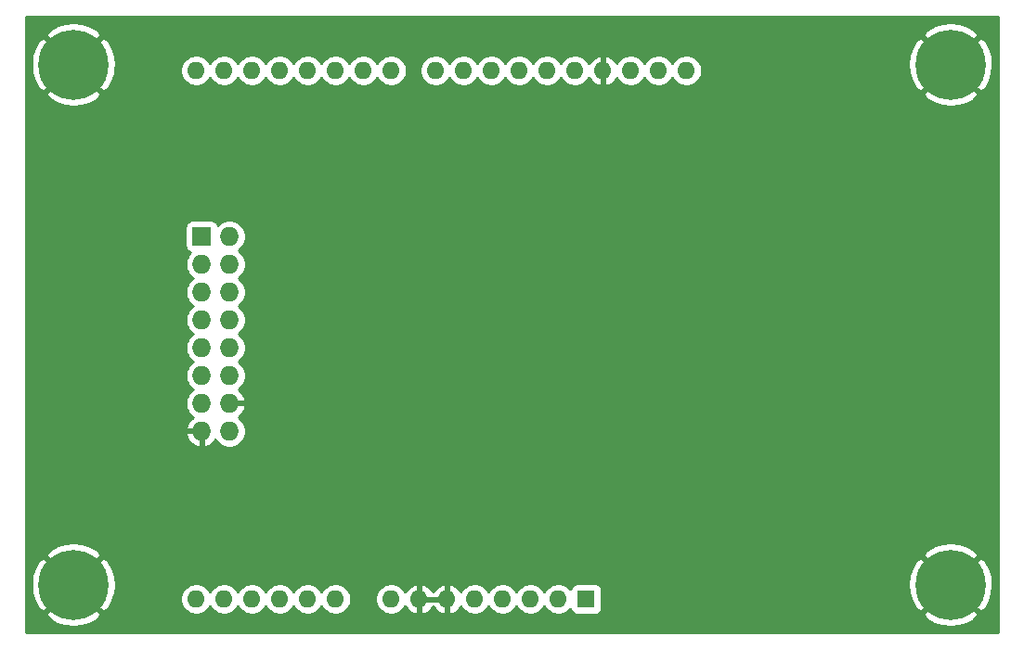
<source format=gbr>
%TF.GenerationSoftware,KiCad,Pcbnew,5.99.0+really5.1.10+dfsg1-1*%
%TF.CreationDate,2021-08-18T19:38:37+10:00*%
%TF.ProjectId,lcd,6c63642e-6b69-4636-9164-5f7063625858,rev?*%
%TF.SameCoordinates,Original*%
%TF.FileFunction,Copper,L2,Bot*%
%TF.FilePolarity,Positive*%
%FSLAX46Y46*%
G04 Gerber Fmt 4.6, Leading zero omitted, Abs format (unit mm)*
G04 Created by KiCad (PCBNEW 5.99.0+really5.1.10+dfsg1-1) date 2021-08-18 19:38:37*
%MOMM*%
%LPD*%
G01*
G04 APERTURE LIST*
%TA.AperFunction,ComponentPad*%
%ADD10O,1.600000X1.600000*%
%TD*%
%TA.AperFunction,ComponentPad*%
%ADD11R,1.600000X1.600000*%
%TD*%
%TA.AperFunction,ComponentPad*%
%ADD12C,6.400000*%
%TD*%
%TA.AperFunction,ComponentPad*%
%ADD13R,1.727200X1.727200*%
%TD*%
%TA.AperFunction,ComponentPad*%
%ADD14O,1.727200X1.727200*%
%TD*%
%TA.AperFunction,Conductor*%
%ADD15C,0.254000*%
%TD*%
%TA.AperFunction,Conductor*%
%ADD16C,0.050000*%
%TD*%
G04 APERTURE END LIST*
D10*
%TO.P,A1,32*%
%TO.N,Net-(A1-Pad32)*%
X120900000Y-35560000D03*
%TO.P,A1,31*%
%TO.N,Net-(A1-Pad31)*%
X118360000Y-35560000D03*
D11*
%TO.P,A1,1*%
%TO.N,Net-(A1-Pad1)*%
X111760000Y-83820000D03*
D10*
%TO.P,A1,17*%
%TO.N,D2*%
X81280000Y-35560000D03*
%TO.P,A1,2*%
%TO.N,Net-(A1-Pad2)*%
X109220000Y-83820000D03*
%TO.P,A1,18*%
%TO.N,D3*%
X83820000Y-35560000D03*
%TO.P,A1,3*%
%TO.N,Net-(A1-Pad3)*%
X106680000Y-83820000D03*
%TO.P,A1,19*%
%TO.N,D4*%
X86360000Y-35560000D03*
%TO.P,A1,4*%
%TO.N,3V3*%
X104140000Y-83820000D03*
%TO.P,A1,20*%
%TO.N,D5*%
X88900000Y-35560000D03*
%TO.P,A1,5*%
%TO.N,5V*%
X101600000Y-83820000D03*
%TO.P,A1,21*%
%TO.N,D6*%
X91440000Y-35560000D03*
%TO.P,A1,6*%
%TO.N,GND*%
X99060000Y-83820000D03*
%TO.P,A1,22*%
%TO.N,D7*%
X93980000Y-35560000D03*
%TO.P,A1,7*%
%TO.N,GND*%
X96520000Y-83820000D03*
%TO.P,A1,23*%
%TO.N,D0*%
X98040000Y-35560000D03*
%TO.P,A1,8*%
%TO.N,Net-(A1-Pad8)*%
X93980000Y-83820000D03*
%TO.P,A1,24*%
%TO.N,D1*%
X100580000Y-35560000D03*
%TO.P,A1,9*%
%TO.N,RD*%
X88900000Y-83820000D03*
%TO.P,A1,25*%
%TO.N,Net-(A1-Pad25)*%
X103120000Y-35560000D03*
%TO.P,A1,10*%
%TO.N,WR*%
X86360000Y-83820000D03*
%TO.P,A1,26*%
%TO.N,Net-(A1-Pad26)*%
X105660000Y-35560000D03*
%TO.P,A1,11*%
%TO.N,RS*%
X83820000Y-83820000D03*
%TO.P,A1,27*%
%TO.N,Net-(A1-Pad27)*%
X108200000Y-35560000D03*
%TO.P,A1,12*%
%TO.N,CS*%
X81280000Y-83820000D03*
%TO.P,A1,28*%
%TO.N,Net-(A1-Pad28)*%
X110740000Y-35560000D03*
%TO.P,A1,13*%
%TO.N,RST*%
X78740000Y-83820000D03*
%TO.P,A1,29*%
%TO.N,GND*%
X113280000Y-35560000D03*
%TO.P,A1,14*%
%TO.N,Net-(A1-Pad14)*%
X76200000Y-83820000D03*
%TO.P,A1,30*%
%TO.N,Net-(A1-Pad30)*%
X115820000Y-35560000D03*
%TO.P,A1,15*%
%TO.N,Net-(A1-Pad15)*%
X76200000Y-35560000D03*
%TO.P,A1,16*%
%TO.N,Net-(A1-Pad16)*%
X78740000Y-35560000D03*
%TD*%
D12*
%TO.P,REF\u002A\u002A,1*%
%TO.N,GND*%
X145000000Y-82500000D03*
%TD*%
%TO.P,REF\u002A\u002A,1*%
%TO.N,GND*%
X145000000Y-35000000D03*
%TD*%
%TO.P,REF\u002A\u002A,1*%
%TO.N,GND*%
X65000000Y-82500000D03*
%TD*%
%TO.P,REF\u002A\u002A,1*%
%TO.N,GND*%
X65000000Y-35000000D03*
%TD*%
D13*
%TO.P,J1,1*%
%TO.N,D0*%
X76700000Y-50700000D03*
D14*
%TO.P,J1,2*%
%TO.N,D1*%
X79240000Y-50700000D03*
%TO.P,J1,3*%
%TO.N,D2*%
X76700000Y-53240000D03*
%TO.P,J1,4*%
%TO.N,D3*%
X79240000Y-53240000D03*
%TO.P,J1,5*%
%TO.N,D4*%
X76700000Y-55780000D03*
%TO.P,J1,6*%
%TO.N,D5*%
X79240000Y-55780000D03*
%TO.P,J1,7*%
%TO.N,D6*%
X76700000Y-58320000D03*
%TO.P,J1,8*%
%TO.N,D7*%
X79240000Y-58320000D03*
%TO.P,J1,9*%
%TO.N,RD*%
X76700000Y-60860000D03*
%TO.P,J1,10*%
%TO.N,WR*%
X79240000Y-60860000D03*
%TO.P,J1,11*%
%TO.N,RS*%
X76700000Y-63400000D03*
%TO.P,J1,12*%
%TO.N,CS*%
X79240000Y-63400000D03*
%TO.P,J1,13*%
%TO.N,RST*%
X76700000Y-65940000D03*
%TO.P,J1,14*%
%TO.N,GND*%
X79240000Y-65940000D03*
%TO.P,J1,15*%
X76700000Y-68480000D03*
%TO.P,J1,16*%
%TO.N,5V*%
X79240000Y-68480000D03*
%TD*%
D15*
%TO.N,GND*%
X149340001Y-86840000D02*
X60660000Y-86840000D01*
X60660000Y-85200881D01*
X62478724Y-85200881D01*
X62838912Y-85690548D01*
X63502882Y-86050849D01*
X64224385Y-86274694D01*
X64975695Y-86353480D01*
X65727938Y-86284178D01*
X66452208Y-86069452D01*
X67120670Y-85717555D01*
X67161088Y-85690548D01*
X67521276Y-85200881D01*
X65000000Y-82679605D01*
X62478724Y-85200881D01*
X60660000Y-85200881D01*
X60660000Y-82475695D01*
X61146520Y-82475695D01*
X61215822Y-83227938D01*
X61430548Y-83952208D01*
X61782445Y-84620670D01*
X61809452Y-84661088D01*
X62299119Y-85021276D01*
X64820395Y-82500000D01*
X65179605Y-82500000D01*
X67700881Y-85021276D01*
X68190548Y-84661088D01*
X68550849Y-83997118D01*
X68649648Y-83678665D01*
X74765000Y-83678665D01*
X74765000Y-83961335D01*
X74820147Y-84238574D01*
X74928320Y-84499727D01*
X75085363Y-84734759D01*
X75285241Y-84934637D01*
X75520273Y-85091680D01*
X75781426Y-85199853D01*
X76058665Y-85255000D01*
X76341335Y-85255000D01*
X76618574Y-85199853D01*
X76879727Y-85091680D01*
X77114759Y-84934637D01*
X77314637Y-84734759D01*
X77470000Y-84502241D01*
X77625363Y-84734759D01*
X77825241Y-84934637D01*
X78060273Y-85091680D01*
X78321426Y-85199853D01*
X78598665Y-85255000D01*
X78881335Y-85255000D01*
X79158574Y-85199853D01*
X79419727Y-85091680D01*
X79654759Y-84934637D01*
X79854637Y-84734759D01*
X80010000Y-84502241D01*
X80165363Y-84734759D01*
X80365241Y-84934637D01*
X80600273Y-85091680D01*
X80861426Y-85199853D01*
X81138665Y-85255000D01*
X81421335Y-85255000D01*
X81698574Y-85199853D01*
X81959727Y-85091680D01*
X82194759Y-84934637D01*
X82394637Y-84734759D01*
X82550000Y-84502241D01*
X82705363Y-84734759D01*
X82905241Y-84934637D01*
X83140273Y-85091680D01*
X83401426Y-85199853D01*
X83678665Y-85255000D01*
X83961335Y-85255000D01*
X84238574Y-85199853D01*
X84499727Y-85091680D01*
X84734759Y-84934637D01*
X84934637Y-84734759D01*
X85090000Y-84502241D01*
X85245363Y-84734759D01*
X85445241Y-84934637D01*
X85680273Y-85091680D01*
X85941426Y-85199853D01*
X86218665Y-85255000D01*
X86501335Y-85255000D01*
X86778574Y-85199853D01*
X87039727Y-85091680D01*
X87274759Y-84934637D01*
X87474637Y-84734759D01*
X87630000Y-84502241D01*
X87785363Y-84734759D01*
X87985241Y-84934637D01*
X88220273Y-85091680D01*
X88481426Y-85199853D01*
X88758665Y-85255000D01*
X89041335Y-85255000D01*
X89318574Y-85199853D01*
X89579727Y-85091680D01*
X89814759Y-84934637D01*
X90014637Y-84734759D01*
X90171680Y-84499727D01*
X90279853Y-84238574D01*
X90335000Y-83961335D01*
X90335000Y-83678665D01*
X92545000Y-83678665D01*
X92545000Y-83961335D01*
X92600147Y-84238574D01*
X92708320Y-84499727D01*
X92865363Y-84734759D01*
X93065241Y-84934637D01*
X93300273Y-85091680D01*
X93561426Y-85199853D01*
X93838665Y-85255000D01*
X94121335Y-85255000D01*
X94398574Y-85199853D01*
X94659727Y-85091680D01*
X94894759Y-84934637D01*
X95094637Y-84734759D01*
X95251680Y-84499727D01*
X95256067Y-84489135D01*
X95367615Y-84675131D01*
X95556586Y-84883519D01*
X95782580Y-85051037D01*
X96036913Y-85171246D01*
X96170961Y-85211904D01*
X96393000Y-85089915D01*
X96393000Y-83947000D01*
X96647000Y-83947000D01*
X96647000Y-85089915D01*
X96869039Y-85211904D01*
X97003087Y-85171246D01*
X97257420Y-85051037D01*
X97483414Y-84883519D01*
X97672385Y-84675131D01*
X97790000Y-84479018D01*
X97907615Y-84675131D01*
X98096586Y-84883519D01*
X98322580Y-85051037D01*
X98576913Y-85171246D01*
X98710961Y-85211904D01*
X98933000Y-85089915D01*
X98933000Y-83947000D01*
X96647000Y-83947000D01*
X96393000Y-83947000D01*
X96373000Y-83947000D01*
X96373000Y-83693000D01*
X96393000Y-83693000D01*
X96393000Y-82550085D01*
X96647000Y-82550085D01*
X96647000Y-83693000D01*
X98933000Y-83693000D01*
X98933000Y-82550085D01*
X99187000Y-82550085D01*
X99187000Y-83693000D01*
X99207000Y-83693000D01*
X99207000Y-83947000D01*
X99187000Y-83947000D01*
X99187000Y-85089915D01*
X99409039Y-85211904D01*
X99543087Y-85171246D01*
X99797420Y-85051037D01*
X100023414Y-84883519D01*
X100212385Y-84675131D01*
X100323933Y-84489135D01*
X100328320Y-84499727D01*
X100485363Y-84734759D01*
X100685241Y-84934637D01*
X100920273Y-85091680D01*
X101181426Y-85199853D01*
X101458665Y-85255000D01*
X101741335Y-85255000D01*
X102018574Y-85199853D01*
X102279727Y-85091680D01*
X102514759Y-84934637D01*
X102714637Y-84734759D01*
X102870000Y-84502241D01*
X103025363Y-84734759D01*
X103225241Y-84934637D01*
X103460273Y-85091680D01*
X103721426Y-85199853D01*
X103998665Y-85255000D01*
X104281335Y-85255000D01*
X104558574Y-85199853D01*
X104819727Y-85091680D01*
X105054759Y-84934637D01*
X105254637Y-84734759D01*
X105410000Y-84502241D01*
X105565363Y-84734759D01*
X105765241Y-84934637D01*
X106000273Y-85091680D01*
X106261426Y-85199853D01*
X106538665Y-85255000D01*
X106821335Y-85255000D01*
X107098574Y-85199853D01*
X107359727Y-85091680D01*
X107594759Y-84934637D01*
X107794637Y-84734759D01*
X107950000Y-84502241D01*
X108105363Y-84734759D01*
X108305241Y-84934637D01*
X108540273Y-85091680D01*
X108801426Y-85199853D01*
X109078665Y-85255000D01*
X109361335Y-85255000D01*
X109638574Y-85199853D01*
X109899727Y-85091680D01*
X110134759Y-84934637D01*
X110333357Y-84736039D01*
X110334188Y-84744482D01*
X110370498Y-84864180D01*
X110429463Y-84974494D01*
X110508815Y-85071185D01*
X110605506Y-85150537D01*
X110715820Y-85209502D01*
X110835518Y-85245812D01*
X110960000Y-85258072D01*
X112560000Y-85258072D01*
X112684482Y-85245812D01*
X112804180Y-85209502D01*
X112820308Y-85200881D01*
X142478724Y-85200881D01*
X142838912Y-85690548D01*
X143502882Y-86050849D01*
X144224385Y-86274694D01*
X144975695Y-86353480D01*
X145727938Y-86284178D01*
X146452208Y-86069452D01*
X147120670Y-85717555D01*
X147161088Y-85690548D01*
X147521276Y-85200881D01*
X145000000Y-82679605D01*
X142478724Y-85200881D01*
X112820308Y-85200881D01*
X112914494Y-85150537D01*
X113011185Y-85071185D01*
X113090537Y-84974494D01*
X113149502Y-84864180D01*
X113185812Y-84744482D01*
X113198072Y-84620000D01*
X113198072Y-83020000D01*
X113185812Y-82895518D01*
X113149502Y-82775820D01*
X113090537Y-82665506D01*
X113011185Y-82568815D01*
X112914494Y-82489463D01*
X112888737Y-82475695D01*
X141146520Y-82475695D01*
X141215822Y-83227938D01*
X141430548Y-83952208D01*
X141782445Y-84620670D01*
X141809452Y-84661088D01*
X142299119Y-85021276D01*
X144820395Y-82500000D01*
X145179605Y-82500000D01*
X147700881Y-85021276D01*
X148190548Y-84661088D01*
X148550849Y-83997118D01*
X148774694Y-83275615D01*
X148853480Y-82524305D01*
X148784178Y-81772062D01*
X148569452Y-81047792D01*
X148217555Y-80379330D01*
X148190548Y-80338912D01*
X147700881Y-79978724D01*
X145179605Y-82500000D01*
X144820395Y-82500000D01*
X142299119Y-79978724D01*
X141809452Y-80338912D01*
X141449151Y-81002882D01*
X141225306Y-81724385D01*
X141146520Y-82475695D01*
X112888737Y-82475695D01*
X112804180Y-82430498D01*
X112684482Y-82394188D01*
X112560000Y-82381928D01*
X110960000Y-82381928D01*
X110835518Y-82394188D01*
X110715820Y-82430498D01*
X110605506Y-82489463D01*
X110508815Y-82568815D01*
X110429463Y-82665506D01*
X110370498Y-82775820D01*
X110334188Y-82895518D01*
X110333357Y-82903961D01*
X110134759Y-82705363D01*
X109899727Y-82548320D01*
X109638574Y-82440147D01*
X109361335Y-82385000D01*
X109078665Y-82385000D01*
X108801426Y-82440147D01*
X108540273Y-82548320D01*
X108305241Y-82705363D01*
X108105363Y-82905241D01*
X107950000Y-83137759D01*
X107794637Y-82905241D01*
X107594759Y-82705363D01*
X107359727Y-82548320D01*
X107098574Y-82440147D01*
X106821335Y-82385000D01*
X106538665Y-82385000D01*
X106261426Y-82440147D01*
X106000273Y-82548320D01*
X105765241Y-82705363D01*
X105565363Y-82905241D01*
X105410000Y-83137759D01*
X105254637Y-82905241D01*
X105054759Y-82705363D01*
X104819727Y-82548320D01*
X104558574Y-82440147D01*
X104281335Y-82385000D01*
X103998665Y-82385000D01*
X103721426Y-82440147D01*
X103460273Y-82548320D01*
X103225241Y-82705363D01*
X103025363Y-82905241D01*
X102870000Y-83137759D01*
X102714637Y-82905241D01*
X102514759Y-82705363D01*
X102279727Y-82548320D01*
X102018574Y-82440147D01*
X101741335Y-82385000D01*
X101458665Y-82385000D01*
X101181426Y-82440147D01*
X100920273Y-82548320D01*
X100685241Y-82705363D01*
X100485363Y-82905241D01*
X100328320Y-83140273D01*
X100323933Y-83150865D01*
X100212385Y-82964869D01*
X100023414Y-82756481D01*
X99797420Y-82588963D01*
X99543087Y-82468754D01*
X99409039Y-82428096D01*
X99187000Y-82550085D01*
X98933000Y-82550085D01*
X98710961Y-82428096D01*
X98576913Y-82468754D01*
X98322580Y-82588963D01*
X98096586Y-82756481D01*
X97907615Y-82964869D01*
X97790000Y-83160982D01*
X97672385Y-82964869D01*
X97483414Y-82756481D01*
X97257420Y-82588963D01*
X97003087Y-82468754D01*
X96869039Y-82428096D01*
X96647000Y-82550085D01*
X96393000Y-82550085D01*
X96170961Y-82428096D01*
X96036913Y-82468754D01*
X95782580Y-82588963D01*
X95556586Y-82756481D01*
X95367615Y-82964869D01*
X95256067Y-83150865D01*
X95251680Y-83140273D01*
X95094637Y-82905241D01*
X94894759Y-82705363D01*
X94659727Y-82548320D01*
X94398574Y-82440147D01*
X94121335Y-82385000D01*
X93838665Y-82385000D01*
X93561426Y-82440147D01*
X93300273Y-82548320D01*
X93065241Y-82705363D01*
X92865363Y-82905241D01*
X92708320Y-83140273D01*
X92600147Y-83401426D01*
X92545000Y-83678665D01*
X90335000Y-83678665D01*
X90279853Y-83401426D01*
X90171680Y-83140273D01*
X90014637Y-82905241D01*
X89814759Y-82705363D01*
X89579727Y-82548320D01*
X89318574Y-82440147D01*
X89041335Y-82385000D01*
X88758665Y-82385000D01*
X88481426Y-82440147D01*
X88220273Y-82548320D01*
X87985241Y-82705363D01*
X87785363Y-82905241D01*
X87630000Y-83137759D01*
X87474637Y-82905241D01*
X87274759Y-82705363D01*
X87039727Y-82548320D01*
X86778574Y-82440147D01*
X86501335Y-82385000D01*
X86218665Y-82385000D01*
X85941426Y-82440147D01*
X85680273Y-82548320D01*
X85445241Y-82705363D01*
X85245363Y-82905241D01*
X85090000Y-83137759D01*
X84934637Y-82905241D01*
X84734759Y-82705363D01*
X84499727Y-82548320D01*
X84238574Y-82440147D01*
X83961335Y-82385000D01*
X83678665Y-82385000D01*
X83401426Y-82440147D01*
X83140273Y-82548320D01*
X82905241Y-82705363D01*
X82705363Y-82905241D01*
X82550000Y-83137759D01*
X82394637Y-82905241D01*
X82194759Y-82705363D01*
X81959727Y-82548320D01*
X81698574Y-82440147D01*
X81421335Y-82385000D01*
X81138665Y-82385000D01*
X80861426Y-82440147D01*
X80600273Y-82548320D01*
X80365241Y-82705363D01*
X80165363Y-82905241D01*
X80010000Y-83137759D01*
X79854637Y-82905241D01*
X79654759Y-82705363D01*
X79419727Y-82548320D01*
X79158574Y-82440147D01*
X78881335Y-82385000D01*
X78598665Y-82385000D01*
X78321426Y-82440147D01*
X78060273Y-82548320D01*
X77825241Y-82705363D01*
X77625363Y-82905241D01*
X77470000Y-83137759D01*
X77314637Y-82905241D01*
X77114759Y-82705363D01*
X76879727Y-82548320D01*
X76618574Y-82440147D01*
X76341335Y-82385000D01*
X76058665Y-82385000D01*
X75781426Y-82440147D01*
X75520273Y-82548320D01*
X75285241Y-82705363D01*
X75085363Y-82905241D01*
X74928320Y-83140273D01*
X74820147Y-83401426D01*
X74765000Y-83678665D01*
X68649648Y-83678665D01*
X68774694Y-83275615D01*
X68853480Y-82524305D01*
X68784178Y-81772062D01*
X68569452Y-81047792D01*
X68217555Y-80379330D01*
X68190548Y-80338912D01*
X67700881Y-79978724D01*
X65179605Y-82500000D01*
X64820395Y-82500000D01*
X62299119Y-79978724D01*
X61809452Y-80338912D01*
X61449151Y-81002882D01*
X61225306Y-81724385D01*
X61146520Y-82475695D01*
X60660000Y-82475695D01*
X60660000Y-79799119D01*
X62478724Y-79799119D01*
X65000000Y-82320395D01*
X67521276Y-79799119D01*
X142478724Y-79799119D01*
X145000000Y-82320395D01*
X147521276Y-79799119D01*
X147161088Y-79309452D01*
X146497118Y-78949151D01*
X145775615Y-78725306D01*
X145024305Y-78646520D01*
X144272062Y-78715822D01*
X143547792Y-78930548D01*
X142879330Y-79282445D01*
X142838912Y-79309452D01*
X142478724Y-79799119D01*
X67521276Y-79799119D01*
X67161088Y-79309452D01*
X66497118Y-78949151D01*
X65775615Y-78725306D01*
X65024305Y-78646520D01*
X64272062Y-78715822D01*
X63547792Y-78930548D01*
X62879330Y-79282445D01*
X62838912Y-79309452D01*
X62478724Y-79799119D01*
X60660000Y-79799119D01*
X60660000Y-68839026D01*
X75245042Y-68839026D01*
X75290778Y-68989814D01*
X75417316Y-69254944D01*
X75593146Y-69490293D01*
X75811512Y-69686817D01*
X76064022Y-69836964D01*
X76340973Y-69934963D01*
X76573000Y-69814464D01*
X76573000Y-68607000D01*
X75366183Y-68607000D01*
X75245042Y-68839026D01*
X60660000Y-68839026D01*
X60660000Y-49836400D01*
X75198328Y-49836400D01*
X75198328Y-51563600D01*
X75210588Y-51688082D01*
X75246898Y-51807780D01*
X75305863Y-51918094D01*
X75385215Y-52014785D01*
X75481906Y-52094137D01*
X75592220Y-52153102D01*
X75650023Y-52170636D01*
X75535961Y-52284698D01*
X75371958Y-52530147D01*
X75258990Y-52802875D01*
X75201400Y-53092401D01*
X75201400Y-53387599D01*
X75258990Y-53677125D01*
X75371958Y-53949853D01*
X75535961Y-54195302D01*
X75744698Y-54404039D01*
X75903281Y-54510000D01*
X75744698Y-54615961D01*
X75535961Y-54824698D01*
X75371958Y-55070147D01*
X75258990Y-55342875D01*
X75201400Y-55632401D01*
X75201400Y-55927599D01*
X75258990Y-56217125D01*
X75371958Y-56489853D01*
X75535961Y-56735302D01*
X75744698Y-56944039D01*
X75903281Y-57050000D01*
X75744698Y-57155961D01*
X75535961Y-57364698D01*
X75371958Y-57610147D01*
X75258990Y-57882875D01*
X75201400Y-58172401D01*
X75201400Y-58467599D01*
X75258990Y-58757125D01*
X75371958Y-59029853D01*
X75535961Y-59275302D01*
X75744698Y-59484039D01*
X75903281Y-59590000D01*
X75744698Y-59695961D01*
X75535961Y-59904698D01*
X75371958Y-60150147D01*
X75258990Y-60422875D01*
X75201400Y-60712401D01*
X75201400Y-61007599D01*
X75258990Y-61297125D01*
X75371958Y-61569853D01*
X75535961Y-61815302D01*
X75744698Y-62024039D01*
X75903281Y-62130000D01*
X75744698Y-62235961D01*
X75535961Y-62444698D01*
X75371958Y-62690147D01*
X75258990Y-62962875D01*
X75201400Y-63252401D01*
X75201400Y-63547599D01*
X75258990Y-63837125D01*
X75371958Y-64109853D01*
X75535961Y-64355302D01*
X75744698Y-64564039D01*
X75903281Y-64670000D01*
X75744698Y-64775961D01*
X75535961Y-64984698D01*
X75371958Y-65230147D01*
X75258990Y-65502875D01*
X75201400Y-65792401D01*
X75201400Y-66087599D01*
X75258990Y-66377125D01*
X75371958Y-66649853D01*
X75535961Y-66895302D01*
X75744698Y-67104039D01*
X75910103Y-67214559D01*
X75811512Y-67273183D01*
X75593146Y-67469707D01*
X75417316Y-67705056D01*
X75290778Y-67970186D01*
X75245042Y-68120974D01*
X75366183Y-68353000D01*
X76573000Y-68353000D01*
X76573000Y-68333000D01*
X76827000Y-68333000D01*
X76827000Y-68353000D01*
X76847000Y-68353000D01*
X76847000Y-68607000D01*
X76827000Y-68607000D01*
X76827000Y-69814464D01*
X77059027Y-69934963D01*
X77335978Y-69836964D01*
X77588488Y-69686817D01*
X77806854Y-69490293D01*
X77968308Y-69274187D01*
X78075961Y-69435302D01*
X78284698Y-69644039D01*
X78530147Y-69808042D01*
X78802875Y-69921010D01*
X79092401Y-69978600D01*
X79387599Y-69978600D01*
X79677125Y-69921010D01*
X79949853Y-69808042D01*
X80195302Y-69644039D01*
X80404039Y-69435302D01*
X80568042Y-69189853D01*
X80681010Y-68917125D01*
X80738600Y-68627599D01*
X80738600Y-68332401D01*
X80681010Y-68042875D01*
X80568042Y-67770147D01*
X80404039Y-67524698D01*
X80195302Y-67315961D01*
X80029897Y-67205441D01*
X80128488Y-67146817D01*
X80346854Y-66950293D01*
X80522684Y-66714944D01*
X80649222Y-66449814D01*
X80694958Y-66299026D01*
X80573817Y-66067000D01*
X79367000Y-66067000D01*
X79367000Y-66087000D01*
X79113000Y-66087000D01*
X79113000Y-66067000D01*
X79093000Y-66067000D01*
X79093000Y-65813000D01*
X79113000Y-65813000D01*
X79113000Y-65793000D01*
X79367000Y-65793000D01*
X79367000Y-65813000D01*
X80573817Y-65813000D01*
X80694958Y-65580974D01*
X80649222Y-65430186D01*
X80522684Y-65165056D01*
X80346854Y-64929707D01*
X80128488Y-64733183D01*
X80029897Y-64674559D01*
X80195302Y-64564039D01*
X80404039Y-64355302D01*
X80568042Y-64109853D01*
X80681010Y-63837125D01*
X80738600Y-63547599D01*
X80738600Y-63252401D01*
X80681010Y-62962875D01*
X80568042Y-62690147D01*
X80404039Y-62444698D01*
X80195302Y-62235961D01*
X80036719Y-62130000D01*
X80195302Y-62024039D01*
X80404039Y-61815302D01*
X80568042Y-61569853D01*
X80681010Y-61297125D01*
X80738600Y-61007599D01*
X80738600Y-60712401D01*
X80681010Y-60422875D01*
X80568042Y-60150147D01*
X80404039Y-59904698D01*
X80195302Y-59695961D01*
X80036719Y-59590000D01*
X80195302Y-59484039D01*
X80404039Y-59275302D01*
X80568042Y-59029853D01*
X80681010Y-58757125D01*
X80738600Y-58467599D01*
X80738600Y-58172401D01*
X80681010Y-57882875D01*
X80568042Y-57610147D01*
X80404039Y-57364698D01*
X80195302Y-57155961D01*
X80036719Y-57050000D01*
X80195302Y-56944039D01*
X80404039Y-56735302D01*
X80568042Y-56489853D01*
X80681010Y-56217125D01*
X80738600Y-55927599D01*
X80738600Y-55632401D01*
X80681010Y-55342875D01*
X80568042Y-55070147D01*
X80404039Y-54824698D01*
X80195302Y-54615961D01*
X80036719Y-54510000D01*
X80195302Y-54404039D01*
X80404039Y-54195302D01*
X80568042Y-53949853D01*
X80681010Y-53677125D01*
X80738600Y-53387599D01*
X80738600Y-53092401D01*
X80681010Y-52802875D01*
X80568042Y-52530147D01*
X80404039Y-52284698D01*
X80195302Y-52075961D01*
X80036719Y-51970000D01*
X80195302Y-51864039D01*
X80404039Y-51655302D01*
X80568042Y-51409853D01*
X80681010Y-51137125D01*
X80738600Y-50847599D01*
X80738600Y-50552401D01*
X80681010Y-50262875D01*
X80568042Y-49990147D01*
X80404039Y-49744698D01*
X80195302Y-49535961D01*
X79949853Y-49371958D01*
X79677125Y-49258990D01*
X79387599Y-49201400D01*
X79092401Y-49201400D01*
X78802875Y-49258990D01*
X78530147Y-49371958D01*
X78284698Y-49535961D01*
X78170636Y-49650023D01*
X78153102Y-49592220D01*
X78094137Y-49481906D01*
X78014785Y-49385215D01*
X77918094Y-49305863D01*
X77807780Y-49246898D01*
X77688082Y-49210588D01*
X77563600Y-49198328D01*
X75836400Y-49198328D01*
X75711918Y-49210588D01*
X75592220Y-49246898D01*
X75481906Y-49305863D01*
X75385215Y-49385215D01*
X75305863Y-49481906D01*
X75246898Y-49592220D01*
X75210588Y-49711918D01*
X75198328Y-49836400D01*
X60660000Y-49836400D01*
X60660000Y-37700881D01*
X62478724Y-37700881D01*
X62838912Y-38190548D01*
X63502882Y-38550849D01*
X64224385Y-38774694D01*
X64975695Y-38853480D01*
X65727938Y-38784178D01*
X66452208Y-38569452D01*
X67120670Y-38217555D01*
X67161088Y-38190548D01*
X67521276Y-37700881D01*
X142478724Y-37700881D01*
X142838912Y-38190548D01*
X143502882Y-38550849D01*
X144224385Y-38774694D01*
X144975695Y-38853480D01*
X145727938Y-38784178D01*
X146452208Y-38569452D01*
X147120670Y-38217555D01*
X147161088Y-38190548D01*
X147521276Y-37700881D01*
X145000000Y-35179605D01*
X142478724Y-37700881D01*
X67521276Y-37700881D01*
X65000000Y-35179605D01*
X62478724Y-37700881D01*
X60660000Y-37700881D01*
X60660000Y-34975695D01*
X61146520Y-34975695D01*
X61215822Y-35727938D01*
X61430548Y-36452208D01*
X61782445Y-37120670D01*
X61809452Y-37161088D01*
X62299119Y-37521276D01*
X64820395Y-35000000D01*
X65179605Y-35000000D01*
X67700881Y-37521276D01*
X68190548Y-37161088D01*
X68550849Y-36497118D01*
X68774694Y-35775615D01*
X68812125Y-35418665D01*
X74765000Y-35418665D01*
X74765000Y-35701335D01*
X74820147Y-35978574D01*
X74928320Y-36239727D01*
X75085363Y-36474759D01*
X75285241Y-36674637D01*
X75520273Y-36831680D01*
X75781426Y-36939853D01*
X76058665Y-36995000D01*
X76341335Y-36995000D01*
X76618574Y-36939853D01*
X76879727Y-36831680D01*
X77114759Y-36674637D01*
X77314637Y-36474759D01*
X77470000Y-36242241D01*
X77625363Y-36474759D01*
X77825241Y-36674637D01*
X78060273Y-36831680D01*
X78321426Y-36939853D01*
X78598665Y-36995000D01*
X78881335Y-36995000D01*
X79158574Y-36939853D01*
X79419727Y-36831680D01*
X79654759Y-36674637D01*
X79854637Y-36474759D01*
X80010000Y-36242241D01*
X80165363Y-36474759D01*
X80365241Y-36674637D01*
X80600273Y-36831680D01*
X80861426Y-36939853D01*
X81138665Y-36995000D01*
X81421335Y-36995000D01*
X81698574Y-36939853D01*
X81959727Y-36831680D01*
X82194759Y-36674637D01*
X82394637Y-36474759D01*
X82550000Y-36242241D01*
X82705363Y-36474759D01*
X82905241Y-36674637D01*
X83140273Y-36831680D01*
X83401426Y-36939853D01*
X83678665Y-36995000D01*
X83961335Y-36995000D01*
X84238574Y-36939853D01*
X84499727Y-36831680D01*
X84734759Y-36674637D01*
X84934637Y-36474759D01*
X85090000Y-36242241D01*
X85245363Y-36474759D01*
X85445241Y-36674637D01*
X85680273Y-36831680D01*
X85941426Y-36939853D01*
X86218665Y-36995000D01*
X86501335Y-36995000D01*
X86778574Y-36939853D01*
X87039727Y-36831680D01*
X87274759Y-36674637D01*
X87474637Y-36474759D01*
X87630000Y-36242241D01*
X87785363Y-36474759D01*
X87985241Y-36674637D01*
X88220273Y-36831680D01*
X88481426Y-36939853D01*
X88758665Y-36995000D01*
X89041335Y-36995000D01*
X89318574Y-36939853D01*
X89579727Y-36831680D01*
X89814759Y-36674637D01*
X90014637Y-36474759D01*
X90170000Y-36242241D01*
X90325363Y-36474759D01*
X90525241Y-36674637D01*
X90760273Y-36831680D01*
X91021426Y-36939853D01*
X91298665Y-36995000D01*
X91581335Y-36995000D01*
X91858574Y-36939853D01*
X92119727Y-36831680D01*
X92354759Y-36674637D01*
X92554637Y-36474759D01*
X92710000Y-36242241D01*
X92865363Y-36474759D01*
X93065241Y-36674637D01*
X93300273Y-36831680D01*
X93561426Y-36939853D01*
X93838665Y-36995000D01*
X94121335Y-36995000D01*
X94398574Y-36939853D01*
X94659727Y-36831680D01*
X94894759Y-36674637D01*
X95094637Y-36474759D01*
X95251680Y-36239727D01*
X95359853Y-35978574D01*
X95415000Y-35701335D01*
X95415000Y-35418665D01*
X96605000Y-35418665D01*
X96605000Y-35701335D01*
X96660147Y-35978574D01*
X96768320Y-36239727D01*
X96925363Y-36474759D01*
X97125241Y-36674637D01*
X97360273Y-36831680D01*
X97621426Y-36939853D01*
X97898665Y-36995000D01*
X98181335Y-36995000D01*
X98458574Y-36939853D01*
X98719727Y-36831680D01*
X98954759Y-36674637D01*
X99154637Y-36474759D01*
X99310000Y-36242241D01*
X99465363Y-36474759D01*
X99665241Y-36674637D01*
X99900273Y-36831680D01*
X100161426Y-36939853D01*
X100438665Y-36995000D01*
X100721335Y-36995000D01*
X100998574Y-36939853D01*
X101259727Y-36831680D01*
X101494759Y-36674637D01*
X101694637Y-36474759D01*
X101850000Y-36242241D01*
X102005363Y-36474759D01*
X102205241Y-36674637D01*
X102440273Y-36831680D01*
X102701426Y-36939853D01*
X102978665Y-36995000D01*
X103261335Y-36995000D01*
X103538574Y-36939853D01*
X103799727Y-36831680D01*
X104034759Y-36674637D01*
X104234637Y-36474759D01*
X104390000Y-36242241D01*
X104545363Y-36474759D01*
X104745241Y-36674637D01*
X104980273Y-36831680D01*
X105241426Y-36939853D01*
X105518665Y-36995000D01*
X105801335Y-36995000D01*
X106078574Y-36939853D01*
X106339727Y-36831680D01*
X106574759Y-36674637D01*
X106774637Y-36474759D01*
X106930000Y-36242241D01*
X107085363Y-36474759D01*
X107285241Y-36674637D01*
X107520273Y-36831680D01*
X107781426Y-36939853D01*
X108058665Y-36995000D01*
X108341335Y-36995000D01*
X108618574Y-36939853D01*
X108879727Y-36831680D01*
X109114759Y-36674637D01*
X109314637Y-36474759D01*
X109470000Y-36242241D01*
X109625363Y-36474759D01*
X109825241Y-36674637D01*
X110060273Y-36831680D01*
X110321426Y-36939853D01*
X110598665Y-36995000D01*
X110881335Y-36995000D01*
X111158574Y-36939853D01*
X111419727Y-36831680D01*
X111654759Y-36674637D01*
X111854637Y-36474759D01*
X112011680Y-36239727D01*
X112016067Y-36229135D01*
X112127615Y-36415131D01*
X112316586Y-36623519D01*
X112542580Y-36791037D01*
X112796913Y-36911246D01*
X112930961Y-36951904D01*
X113153000Y-36829915D01*
X113153000Y-35687000D01*
X113133000Y-35687000D01*
X113133000Y-35433000D01*
X113153000Y-35433000D01*
X113153000Y-34290085D01*
X113407000Y-34290085D01*
X113407000Y-35433000D01*
X113427000Y-35433000D01*
X113427000Y-35687000D01*
X113407000Y-35687000D01*
X113407000Y-36829915D01*
X113629039Y-36951904D01*
X113763087Y-36911246D01*
X114017420Y-36791037D01*
X114243414Y-36623519D01*
X114432385Y-36415131D01*
X114543933Y-36229135D01*
X114548320Y-36239727D01*
X114705363Y-36474759D01*
X114905241Y-36674637D01*
X115140273Y-36831680D01*
X115401426Y-36939853D01*
X115678665Y-36995000D01*
X115961335Y-36995000D01*
X116238574Y-36939853D01*
X116499727Y-36831680D01*
X116734759Y-36674637D01*
X116934637Y-36474759D01*
X117090000Y-36242241D01*
X117245363Y-36474759D01*
X117445241Y-36674637D01*
X117680273Y-36831680D01*
X117941426Y-36939853D01*
X118218665Y-36995000D01*
X118501335Y-36995000D01*
X118778574Y-36939853D01*
X119039727Y-36831680D01*
X119274759Y-36674637D01*
X119474637Y-36474759D01*
X119630000Y-36242241D01*
X119785363Y-36474759D01*
X119985241Y-36674637D01*
X120220273Y-36831680D01*
X120481426Y-36939853D01*
X120758665Y-36995000D01*
X121041335Y-36995000D01*
X121318574Y-36939853D01*
X121579727Y-36831680D01*
X121814759Y-36674637D01*
X122014637Y-36474759D01*
X122171680Y-36239727D01*
X122279853Y-35978574D01*
X122335000Y-35701335D01*
X122335000Y-35418665D01*
X122279853Y-35141426D01*
X122211206Y-34975695D01*
X141146520Y-34975695D01*
X141215822Y-35727938D01*
X141430548Y-36452208D01*
X141782445Y-37120670D01*
X141809452Y-37161088D01*
X142299119Y-37521276D01*
X144820395Y-35000000D01*
X145179605Y-35000000D01*
X147700881Y-37521276D01*
X148190548Y-37161088D01*
X148550849Y-36497118D01*
X148774694Y-35775615D01*
X148853480Y-35024305D01*
X148784178Y-34272062D01*
X148569452Y-33547792D01*
X148217555Y-32879330D01*
X148190548Y-32838912D01*
X147700881Y-32478724D01*
X145179605Y-35000000D01*
X144820395Y-35000000D01*
X142299119Y-32478724D01*
X141809452Y-32838912D01*
X141449151Y-33502882D01*
X141225306Y-34224385D01*
X141146520Y-34975695D01*
X122211206Y-34975695D01*
X122171680Y-34880273D01*
X122014637Y-34645241D01*
X121814759Y-34445363D01*
X121579727Y-34288320D01*
X121318574Y-34180147D01*
X121041335Y-34125000D01*
X120758665Y-34125000D01*
X120481426Y-34180147D01*
X120220273Y-34288320D01*
X119985241Y-34445363D01*
X119785363Y-34645241D01*
X119630000Y-34877759D01*
X119474637Y-34645241D01*
X119274759Y-34445363D01*
X119039727Y-34288320D01*
X118778574Y-34180147D01*
X118501335Y-34125000D01*
X118218665Y-34125000D01*
X117941426Y-34180147D01*
X117680273Y-34288320D01*
X117445241Y-34445363D01*
X117245363Y-34645241D01*
X117090000Y-34877759D01*
X116934637Y-34645241D01*
X116734759Y-34445363D01*
X116499727Y-34288320D01*
X116238574Y-34180147D01*
X115961335Y-34125000D01*
X115678665Y-34125000D01*
X115401426Y-34180147D01*
X115140273Y-34288320D01*
X114905241Y-34445363D01*
X114705363Y-34645241D01*
X114548320Y-34880273D01*
X114543933Y-34890865D01*
X114432385Y-34704869D01*
X114243414Y-34496481D01*
X114017420Y-34328963D01*
X113763087Y-34208754D01*
X113629039Y-34168096D01*
X113407000Y-34290085D01*
X113153000Y-34290085D01*
X112930961Y-34168096D01*
X112796913Y-34208754D01*
X112542580Y-34328963D01*
X112316586Y-34496481D01*
X112127615Y-34704869D01*
X112016067Y-34890865D01*
X112011680Y-34880273D01*
X111854637Y-34645241D01*
X111654759Y-34445363D01*
X111419727Y-34288320D01*
X111158574Y-34180147D01*
X110881335Y-34125000D01*
X110598665Y-34125000D01*
X110321426Y-34180147D01*
X110060273Y-34288320D01*
X109825241Y-34445363D01*
X109625363Y-34645241D01*
X109470000Y-34877759D01*
X109314637Y-34645241D01*
X109114759Y-34445363D01*
X108879727Y-34288320D01*
X108618574Y-34180147D01*
X108341335Y-34125000D01*
X108058665Y-34125000D01*
X107781426Y-34180147D01*
X107520273Y-34288320D01*
X107285241Y-34445363D01*
X107085363Y-34645241D01*
X106930000Y-34877759D01*
X106774637Y-34645241D01*
X106574759Y-34445363D01*
X106339727Y-34288320D01*
X106078574Y-34180147D01*
X105801335Y-34125000D01*
X105518665Y-34125000D01*
X105241426Y-34180147D01*
X104980273Y-34288320D01*
X104745241Y-34445363D01*
X104545363Y-34645241D01*
X104390000Y-34877759D01*
X104234637Y-34645241D01*
X104034759Y-34445363D01*
X103799727Y-34288320D01*
X103538574Y-34180147D01*
X103261335Y-34125000D01*
X102978665Y-34125000D01*
X102701426Y-34180147D01*
X102440273Y-34288320D01*
X102205241Y-34445363D01*
X102005363Y-34645241D01*
X101850000Y-34877759D01*
X101694637Y-34645241D01*
X101494759Y-34445363D01*
X101259727Y-34288320D01*
X100998574Y-34180147D01*
X100721335Y-34125000D01*
X100438665Y-34125000D01*
X100161426Y-34180147D01*
X99900273Y-34288320D01*
X99665241Y-34445363D01*
X99465363Y-34645241D01*
X99310000Y-34877759D01*
X99154637Y-34645241D01*
X98954759Y-34445363D01*
X98719727Y-34288320D01*
X98458574Y-34180147D01*
X98181335Y-34125000D01*
X97898665Y-34125000D01*
X97621426Y-34180147D01*
X97360273Y-34288320D01*
X97125241Y-34445363D01*
X96925363Y-34645241D01*
X96768320Y-34880273D01*
X96660147Y-35141426D01*
X96605000Y-35418665D01*
X95415000Y-35418665D01*
X95359853Y-35141426D01*
X95251680Y-34880273D01*
X95094637Y-34645241D01*
X94894759Y-34445363D01*
X94659727Y-34288320D01*
X94398574Y-34180147D01*
X94121335Y-34125000D01*
X93838665Y-34125000D01*
X93561426Y-34180147D01*
X93300273Y-34288320D01*
X93065241Y-34445363D01*
X92865363Y-34645241D01*
X92710000Y-34877759D01*
X92554637Y-34645241D01*
X92354759Y-34445363D01*
X92119727Y-34288320D01*
X91858574Y-34180147D01*
X91581335Y-34125000D01*
X91298665Y-34125000D01*
X91021426Y-34180147D01*
X90760273Y-34288320D01*
X90525241Y-34445363D01*
X90325363Y-34645241D01*
X90170000Y-34877759D01*
X90014637Y-34645241D01*
X89814759Y-34445363D01*
X89579727Y-34288320D01*
X89318574Y-34180147D01*
X89041335Y-34125000D01*
X88758665Y-34125000D01*
X88481426Y-34180147D01*
X88220273Y-34288320D01*
X87985241Y-34445363D01*
X87785363Y-34645241D01*
X87630000Y-34877759D01*
X87474637Y-34645241D01*
X87274759Y-34445363D01*
X87039727Y-34288320D01*
X86778574Y-34180147D01*
X86501335Y-34125000D01*
X86218665Y-34125000D01*
X85941426Y-34180147D01*
X85680273Y-34288320D01*
X85445241Y-34445363D01*
X85245363Y-34645241D01*
X85090000Y-34877759D01*
X84934637Y-34645241D01*
X84734759Y-34445363D01*
X84499727Y-34288320D01*
X84238574Y-34180147D01*
X83961335Y-34125000D01*
X83678665Y-34125000D01*
X83401426Y-34180147D01*
X83140273Y-34288320D01*
X82905241Y-34445363D01*
X82705363Y-34645241D01*
X82550000Y-34877759D01*
X82394637Y-34645241D01*
X82194759Y-34445363D01*
X81959727Y-34288320D01*
X81698574Y-34180147D01*
X81421335Y-34125000D01*
X81138665Y-34125000D01*
X80861426Y-34180147D01*
X80600273Y-34288320D01*
X80365241Y-34445363D01*
X80165363Y-34645241D01*
X80010000Y-34877759D01*
X79854637Y-34645241D01*
X79654759Y-34445363D01*
X79419727Y-34288320D01*
X79158574Y-34180147D01*
X78881335Y-34125000D01*
X78598665Y-34125000D01*
X78321426Y-34180147D01*
X78060273Y-34288320D01*
X77825241Y-34445363D01*
X77625363Y-34645241D01*
X77470000Y-34877759D01*
X77314637Y-34645241D01*
X77114759Y-34445363D01*
X76879727Y-34288320D01*
X76618574Y-34180147D01*
X76341335Y-34125000D01*
X76058665Y-34125000D01*
X75781426Y-34180147D01*
X75520273Y-34288320D01*
X75285241Y-34445363D01*
X75085363Y-34645241D01*
X74928320Y-34880273D01*
X74820147Y-35141426D01*
X74765000Y-35418665D01*
X68812125Y-35418665D01*
X68853480Y-35024305D01*
X68784178Y-34272062D01*
X68569452Y-33547792D01*
X68217555Y-32879330D01*
X68190548Y-32838912D01*
X67700881Y-32478724D01*
X65179605Y-35000000D01*
X64820395Y-35000000D01*
X62299119Y-32478724D01*
X61809452Y-32838912D01*
X61449151Y-33502882D01*
X61225306Y-34224385D01*
X61146520Y-34975695D01*
X60660000Y-34975695D01*
X60660000Y-32299119D01*
X62478724Y-32299119D01*
X65000000Y-34820395D01*
X67521276Y-32299119D01*
X142478724Y-32299119D01*
X145000000Y-34820395D01*
X147521276Y-32299119D01*
X147161088Y-31809452D01*
X146497118Y-31449151D01*
X145775615Y-31225306D01*
X145024305Y-31146520D01*
X144272062Y-31215822D01*
X143547792Y-31430548D01*
X142879330Y-31782445D01*
X142838912Y-31809452D01*
X142478724Y-32299119D01*
X67521276Y-32299119D01*
X67161088Y-31809452D01*
X66497118Y-31449151D01*
X65775615Y-31225306D01*
X65024305Y-31146520D01*
X64272062Y-31215822D01*
X63547792Y-31430548D01*
X62879330Y-31782445D01*
X62838912Y-31809452D01*
X62478724Y-32299119D01*
X60660000Y-32299119D01*
X60660000Y-30660000D01*
X149340000Y-30660000D01*
X149340001Y-86840000D01*
%TA.AperFunction,Conductor*%
D16*
G36*
X149340001Y-86840000D02*
G01*
X60660000Y-86840000D01*
X60660000Y-85200881D01*
X62478724Y-85200881D01*
X62838912Y-85690548D01*
X63502882Y-86050849D01*
X64224385Y-86274694D01*
X64975695Y-86353480D01*
X65727938Y-86284178D01*
X66452208Y-86069452D01*
X67120670Y-85717555D01*
X67161088Y-85690548D01*
X67521276Y-85200881D01*
X65000000Y-82679605D01*
X62478724Y-85200881D01*
X60660000Y-85200881D01*
X60660000Y-82475695D01*
X61146520Y-82475695D01*
X61215822Y-83227938D01*
X61430548Y-83952208D01*
X61782445Y-84620670D01*
X61809452Y-84661088D01*
X62299119Y-85021276D01*
X64820395Y-82500000D01*
X65179605Y-82500000D01*
X67700881Y-85021276D01*
X68190548Y-84661088D01*
X68550849Y-83997118D01*
X68649648Y-83678665D01*
X74765000Y-83678665D01*
X74765000Y-83961335D01*
X74820147Y-84238574D01*
X74928320Y-84499727D01*
X75085363Y-84734759D01*
X75285241Y-84934637D01*
X75520273Y-85091680D01*
X75781426Y-85199853D01*
X76058665Y-85255000D01*
X76341335Y-85255000D01*
X76618574Y-85199853D01*
X76879727Y-85091680D01*
X77114759Y-84934637D01*
X77314637Y-84734759D01*
X77470000Y-84502241D01*
X77625363Y-84734759D01*
X77825241Y-84934637D01*
X78060273Y-85091680D01*
X78321426Y-85199853D01*
X78598665Y-85255000D01*
X78881335Y-85255000D01*
X79158574Y-85199853D01*
X79419727Y-85091680D01*
X79654759Y-84934637D01*
X79854637Y-84734759D01*
X80010000Y-84502241D01*
X80165363Y-84734759D01*
X80365241Y-84934637D01*
X80600273Y-85091680D01*
X80861426Y-85199853D01*
X81138665Y-85255000D01*
X81421335Y-85255000D01*
X81698574Y-85199853D01*
X81959727Y-85091680D01*
X82194759Y-84934637D01*
X82394637Y-84734759D01*
X82550000Y-84502241D01*
X82705363Y-84734759D01*
X82905241Y-84934637D01*
X83140273Y-85091680D01*
X83401426Y-85199853D01*
X83678665Y-85255000D01*
X83961335Y-85255000D01*
X84238574Y-85199853D01*
X84499727Y-85091680D01*
X84734759Y-84934637D01*
X84934637Y-84734759D01*
X85090000Y-84502241D01*
X85245363Y-84734759D01*
X85445241Y-84934637D01*
X85680273Y-85091680D01*
X85941426Y-85199853D01*
X86218665Y-85255000D01*
X86501335Y-85255000D01*
X86778574Y-85199853D01*
X87039727Y-85091680D01*
X87274759Y-84934637D01*
X87474637Y-84734759D01*
X87630000Y-84502241D01*
X87785363Y-84734759D01*
X87985241Y-84934637D01*
X88220273Y-85091680D01*
X88481426Y-85199853D01*
X88758665Y-85255000D01*
X89041335Y-85255000D01*
X89318574Y-85199853D01*
X89579727Y-85091680D01*
X89814759Y-84934637D01*
X90014637Y-84734759D01*
X90171680Y-84499727D01*
X90279853Y-84238574D01*
X90335000Y-83961335D01*
X90335000Y-83678665D01*
X92545000Y-83678665D01*
X92545000Y-83961335D01*
X92600147Y-84238574D01*
X92708320Y-84499727D01*
X92865363Y-84734759D01*
X93065241Y-84934637D01*
X93300273Y-85091680D01*
X93561426Y-85199853D01*
X93838665Y-85255000D01*
X94121335Y-85255000D01*
X94398574Y-85199853D01*
X94659727Y-85091680D01*
X94894759Y-84934637D01*
X95094637Y-84734759D01*
X95251680Y-84499727D01*
X95256067Y-84489135D01*
X95367615Y-84675131D01*
X95556586Y-84883519D01*
X95782580Y-85051037D01*
X96036913Y-85171246D01*
X96170961Y-85211904D01*
X96393000Y-85089915D01*
X96393000Y-83947000D01*
X96647000Y-83947000D01*
X96647000Y-85089915D01*
X96869039Y-85211904D01*
X97003087Y-85171246D01*
X97257420Y-85051037D01*
X97483414Y-84883519D01*
X97672385Y-84675131D01*
X97790000Y-84479018D01*
X97907615Y-84675131D01*
X98096586Y-84883519D01*
X98322580Y-85051037D01*
X98576913Y-85171246D01*
X98710961Y-85211904D01*
X98933000Y-85089915D01*
X98933000Y-83947000D01*
X96647000Y-83947000D01*
X96393000Y-83947000D01*
X96373000Y-83947000D01*
X96373000Y-83693000D01*
X96393000Y-83693000D01*
X96393000Y-82550085D01*
X96647000Y-82550085D01*
X96647000Y-83693000D01*
X98933000Y-83693000D01*
X98933000Y-82550085D01*
X99187000Y-82550085D01*
X99187000Y-83693000D01*
X99207000Y-83693000D01*
X99207000Y-83947000D01*
X99187000Y-83947000D01*
X99187000Y-85089915D01*
X99409039Y-85211904D01*
X99543087Y-85171246D01*
X99797420Y-85051037D01*
X100023414Y-84883519D01*
X100212385Y-84675131D01*
X100323933Y-84489135D01*
X100328320Y-84499727D01*
X100485363Y-84734759D01*
X100685241Y-84934637D01*
X100920273Y-85091680D01*
X101181426Y-85199853D01*
X101458665Y-85255000D01*
X101741335Y-85255000D01*
X102018574Y-85199853D01*
X102279727Y-85091680D01*
X102514759Y-84934637D01*
X102714637Y-84734759D01*
X102870000Y-84502241D01*
X103025363Y-84734759D01*
X103225241Y-84934637D01*
X103460273Y-85091680D01*
X103721426Y-85199853D01*
X103998665Y-85255000D01*
X104281335Y-85255000D01*
X104558574Y-85199853D01*
X104819727Y-85091680D01*
X105054759Y-84934637D01*
X105254637Y-84734759D01*
X105410000Y-84502241D01*
X105565363Y-84734759D01*
X105765241Y-84934637D01*
X106000273Y-85091680D01*
X106261426Y-85199853D01*
X106538665Y-85255000D01*
X106821335Y-85255000D01*
X107098574Y-85199853D01*
X107359727Y-85091680D01*
X107594759Y-84934637D01*
X107794637Y-84734759D01*
X107950000Y-84502241D01*
X108105363Y-84734759D01*
X108305241Y-84934637D01*
X108540273Y-85091680D01*
X108801426Y-85199853D01*
X109078665Y-85255000D01*
X109361335Y-85255000D01*
X109638574Y-85199853D01*
X109899727Y-85091680D01*
X110134759Y-84934637D01*
X110333357Y-84736039D01*
X110334188Y-84744482D01*
X110370498Y-84864180D01*
X110429463Y-84974494D01*
X110508815Y-85071185D01*
X110605506Y-85150537D01*
X110715820Y-85209502D01*
X110835518Y-85245812D01*
X110960000Y-85258072D01*
X112560000Y-85258072D01*
X112684482Y-85245812D01*
X112804180Y-85209502D01*
X112820308Y-85200881D01*
X142478724Y-85200881D01*
X142838912Y-85690548D01*
X143502882Y-86050849D01*
X144224385Y-86274694D01*
X144975695Y-86353480D01*
X145727938Y-86284178D01*
X146452208Y-86069452D01*
X147120670Y-85717555D01*
X147161088Y-85690548D01*
X147521276Y-85200881D01*
X145000000Y-82679605D01*
X142478724Y-85200881D01*
X112820308Y-85200881D01*
X112914494Y-85150537D01*
X113011185Y-85071185D01*
X113090537Y-84974494D01*
X113149502Y-84864180D01*
X113185812Y-84744482D01*
X113198072Y-84620000D01*
X113198072Y-83020000D01*
X113185812Y-82895518D01*
X113149502Y-82775820D01*
X113090537Y-82665506D01*
X113011185Y-82568815D01*
X112914494Y-82489463D01*
X112888737Y-82475695D01*
X141146520Y-82475695D01*
X141215822Y-83227938D01*
X141430548Y-83952208D01*
X141782445Y-84620670D01*
X141809452Y-84661088D01*
X142299119Y-85021276D01*
X144820395Y-82500000D01*
X145179605Y-82500000D01*
X147700881Y-85021276D01*
X148190548Y-84661088D01*
X148550849Y-83997118D01*
X148774694Y-83275615D01*
X148853480Y-82524305D01*
X148784178Y-81772062D01*
X148569452Y-81047792D01*
X148217555Y-80379330D01*
X148190548Y-80338912D01*
X147700881Y-79978724D01*
X145179605Y-82500000D01*
X144820395Y-82500000D01*
X142299119Y-79978724D01*
X141809452Y-80338912D01*
X141449151Y-81002882D01*
X141225306Y-81724385D01*
X141146520Y-82475695D01*
X112888737Y-82475695D01*
X112804180Y-82430498D01*
X112684482Y-82394188D01*
X112560000Y-82381928D01*
X110960000Y-82381928D01*
X110835518Y-82394188D01*
X110715820Y-82430498D01*
X110605506Y-82489463D01*
X110508815Y-82568815D01*
X110429463Y-82665506D01*
X110370498Y-82775820D01*
X110334188Y-82895518D01*
X110333357Y-82903961D01*
X110134759Y-82705363D01*
X109899727Y-82548320D01*
X109638574Y-82440147D01*
X109361335Y-82385000D01*
X109078665Y-82385000D01*
X108801426Y-82440147D01*
X108540273Y-82548320D01*
X108305241Y-82705363D01*
X108105363Y-82905241D01*
X107950000Y-83137759D01*
X107794637Y-82905241D01*
X107594759Y-82705363D01*
X107359727Y-82548320D01*
X107098574Y-82440147D01*
X106821335Y-82385000D01*
X106538665Y-82385000D01*
X106261426Y-82440147D01*
X106000273Y-82548320D01*
X105765241Y-82705363D01*
X105565363Y-82905241D01*
X105410000Y-83137759D01*
X105254637Y-82905241D01*
X105054759Y-82705363D01*
X104819727Y-82548320D01*
X104558574Y-82440147D01*
X104281335Y-82385000D01*
X103998665Y-82385000D01*
X103721426Y-82440147D01*
X103460273Y-82548320D01*
X103225241Y-82705363D01*
X103025363Y-82905241D01*
X102870000Y-83137759D01*
X102714637Y-82905241D01*
X102514759Y-82705363D01*
X102279727Y-82548320D01*
X102018574Y-82440147D01*
X101741335Y-82385000D01*
X101458665Y-82385000D01*
X101181426Y-82440147D01*
X100920273Y-82548320D01*
X100685241Y-82705363D01*
X100485363Y-82905241D01*
X100328320Y-83140273D01*
X100323933Y-83150865D01*
X100212385Y-82964869D01*
X100023414Y-82756481D01*
X99797420Y-82588963D01*
X99543087Y-82468754D01*
X99409039Y-82428096D01*
X99187000Y-82550085D01*
X98933000Y-82550085D01*
X98710961Y-82428096D01*
X98576913Y-82468754D01*
X98322580Y-82588963D01*
X98096586Y-82756481D01*
X97907615Y-82964869D01*
X97790000Y-83160982D01*
X97672385Y-82964869D01*
X97483414Y-82756481D01*
X97257420Y-82588963D01*
X97003087Y-82468754D01*
X96869039Y-82428096D01*
X96647000Y-82550085D01*
X96393000Y-82550085D01*
X96170961Y-82428096D01*
X96036913Y-82468754D01*
X95782580Y-82588963D01*
X95556586Y-82756481D01*
X95367615Y-82964869D01*
X95256067Y-83150865D01*
X95251680Y-83140273D01*
X95094637Y-82905241D01*
X94894759Y-82705363D01*
X94659727Y-82548320D01*
X94398574Y-82440147D01*
X94121335Y-82385000D01*
X93838665Y-82385000D01*
X93561426Y-82440147D01*
X93300273Y-82548320D01*
X93065241Y-82705363D01*
X92865363Y-82905241D01*
X92708320Y-83140273D01*
X92600147Y-83401426D01*
X92545000Y-83678665D01*
X90335000Y-83678665D01*
X90279853Y-83401426D01*
X90171680Y-83140273D01*
X90014637Y-82905241D01*
X89814759Y-82705363D01*
X89579727Y-82548320D01*
X89318574Y-82440147D01*
X89041335Y-82385000D01*
X88758665Y-82385000D01*
X88481426Y-82440147D01*
X88220273Y-82548320D01*
X87985241Y-82705363D01*
X87785363Y-82905241D01*
X87630000Y-83137759D01*
X87474637Y-82905241D01*
X87274759Y-82705363D01*
X87039727Y-82548320D01*
X86778574Y-82440147D01*
X86501335Y-82385000D01*
X86218665Y-82385000D01*
X85941426Y-82440147D01*
X85680273Y-82548320D01*
X85445241Y-82705363D01*
X85245363Y-82905241D01*
X85090000Y-83137759D01*
X84934637Y-82905241D01*
X84734759Y-82705363D01*
X84499727Y-82548320D01*
X84238574Y-82440147D01*
X83961335Y-82385000D01*
X83678665Y-82385000D01*
X83401426Y-82440147D01*
X83140273Y-82548320D01*
X82905241Y-82705363D01*
X82705363Y-82905241D01*
X82550000Y-83137759D01*
X82394637Y-82905241D01*
X82194759Y-82705363D01*
X81959727Y-82548320D01*
X81698574Y-82440147D01*
X81421335Y-82385000D01*
X81138665Y-82385000D01*
X80861426Y-82440147D01*
X80600273Y-82548320D01*
X80365241Y-82705363D01*
X80165363Y-82905241D01*
X80010000Y-83137759D01*
X79854637Y-82905241D01*
X79654759Y-82705363D01*
X79419727Y-82548320D01*
X79158574Y-82440147D01*
X78881335Y-82385000D01*
X78598665Y-82385000D01*
X78321426Y-82440147D01*
X78060273Y-82548320D01*
X77825241Y-82705363D01*
X77625363Y-82905241D01*
X77470000Y-83137759D01*
X77314637Y-82905241D01*
X77114759Y-82705363D01*
X76879727Y-82548320D01*
X76618574Y-82440147D01*
X76341335Y-82385000D01*
X76058665Y-82385000D01*
X75781426Y-82440147D01*
X75520273Y-82548320D01*
X75285241Y-82705363D01*
X75085363Y-82905241D01*
X74928320Y-83140273D01*
X74820147Y-83401426D01*
X74765000Y-83678665D01*
X68649648Y-83678665D01*
X68774694Y-83275615D01*
X68853480Y-82524305D01*
X68784178Y-81772062D01*
X68569452Y-81047792D01*
X68217555Y-80379330D01*
X68190548Y-80338912D01*
X67700881Y-79978724D01*
X65179605Y-82500000D01*
X64820395Y-82500000D01*
X62299119Y-79978724D01*
X61809452Y-80338912D01*
X61449151Y-81002882D01*
X61225306Y-81724385D01*
X61146520Y-82475695D01*
X60660000Y-82475695D01*
X60660000Y-79799119D01*
X62478724Y-79799119D01*
X65000000Y-82320395D01*
X67521276Y-79799119D01*
X142478724Y-79799119D01*
X145000000Y-82320395D01*
X147521276Y-79799119D01*
X147161088Y-79309452D01*
X146497118Y-78949151D01*
X145775615Y-78725306D01*
X145024305Y-78646520D01*
X144272062Y-78715822D01*
X143547792Y-78930548D01*
X142879330Y-79282445D01*
X142838912Y-79309452D01*
X142478724Y-79799119D01*
X67521276Y-79799119D01*
X67161088Y-79309452D01*
X66497118Y-78949151D01*
X65775615Y-78725306D01*
X65024305Y-78646520D01*
X64272062Y-78715822D01*
X63547792Y-78930548D01*
X62879330Y-79282445D01*
X62838912Y-79309452D01*
X62478724Y-79799119D01*
X60660000Y-79799119D01*
X60660000Y-68839026D01*
X75245042Y-68839026D01*
X75290778Y-68989814D01*
X75417316Y-69254944D01*
X75593146Y-69490293D01*
X75811512Y-69686817D01*
X76064022Y-69836964D01*
X76340973Y-69934963D01*
X76573000Y-69814464D01*
X76573000Y-68607000D01*
X75366183Y-68607000D01*
X75245042Y-68839026D01*
X60660000Y-68839026D01*
X60660000Y-49836400D01*
X75198328Y-49836400D01*
X75198328Y-51563600D01*
X75210588Y-51688082D01*
X75246898Y-51807780D01*
X75305863Y-51918094D01*
X75385215Y-52014785D01*
X75481906Y-52094137D01*
X75592220Y-52153102D01*
X75650023Y-52170636D01*
X75535961Y-52284698D01*
X75371958Y-52530147D01*
X75258990Y-52802875D01*
X75201400Y-53092401D01*
X75201400Y-53387599D01*
X75258990Y-53677125D01*
X75371958Y-53949853D01*
X75535961Y-54195302D01*
X75744698Y-54404039D01*
X75903281Y-54510000D01*
X75744698Y-54615961D01*
X75535961Y-54824698D01*
X75371958Y-55070147D01*
X75258990Y-55342875D01*
X75201400Y-55632401D01*
X75201400Y-55927599D01*
X75258990Y-56217125D01*
X75371958Y-56489853D01*
X75535961Y-56735302D01*
X75744698Y-56944039D01*
X75903281Y-57050000D01*
X75744698Y-57155961D01*
X75535961Y-57364698D01*
X75371958Y-57610147D01*
X75258990Y-57882875D01*
X75201400Y-58172401D01*
X75201400Y-58467599D01*
X75258990Y-58757125D01*
X75371958Y-59029853D01*
X75535961Y-59275302D01*
X75744698Y-59484039D01*
X75903281Y-59590000D01*
X75744698Y-59695961D01*
X75535961Y-59904698D01*
X75371958Y-60150147D01*
X75258990Y-60422875D01*
X75201400Y-60712401D01*
X75201400Y-61007599D01*
X75258990Y-61297125D01*
X75371958Y-61569853D01*
X75535961Y-61815302D01*
X75744698Y-62024039D01*
X75903281Y-62130000D01*
X75744698Y-62235961D01*
X75535961Y-62444698D01*
X75371958Y-62690147D01*
X75258990Y-62962875D01*
X75201400Y-63252401D01*
X75201400Y-63547599D01*
X75258990Y-63837125D01*
X75371958Y-64109853D01*
X75535961Y-64355302D01*
X75744698Y-64564039D01*
X75903281Y-64670000D01*
X75744698Y-64775961D01*
X75535961Y-64984698D01*
X75371958Y-65230147D01*
X75258990Y-65502875D01*
X75201400Y-65792401D01*
X75201400Y-66087599D01*
X75258990Y-66377125D01*
X75371958Y-66649853D01*
X75535961Y-66895302D01*
X75744698Y-67104039D01*
X75910103Y-67214559D01*
X75811512Y-67273183D01*
X75593146Y-67469707D01*
X75417316Y-67705056D01*
X75290778Y-67970186D01*
X75245042Y-68120974D01*
X75366183Y-68353000D01*
X76573000Y-68353000D01*
X76573000Y-68333000D01*
X76827000Y-68333000D01*
X76827000Y-68353000D01*
X76847000Y-68353000D01*
X76847000Y-68607000D01*
X76827000Y-68607000D01*
X76827000Y-69814464D01*
X77059027Y-69934963D01*
X77335978Y-69836964D01*
X77588488Y-69686817D01*
X77806854Y-69490293D01*
X77968308Y-69274187D01*
X78075961Y-69435302D01*
X78284698Y-69644039D01*
X78530147Y-69808042D01*
X78802875Y-69921010D01*
X79092401Y-69978600D01*
X79387599Y-69978600D01*
X79677125Y-69921010D01*
X79949853Y-69808042D01*
X80195302Y-69644039D01*
X80404039Y-69435302D01*
X80568042Y-69189853D01*
X80681010Y-68917125D01*
X80738600Y-68627599D01*
X80738600Y-68332401D01*
X80681010Y-68042875D01*
X80568042Y-67770147D01*
X80404039Y-67524698D01*
X80195302Y-67315961D01*
X80029897Y-67205441D01*
X80128488Y-67146817D01*
X80346854Y-66950293D01*
X80522684Y-66714944D01*
X80649222Y-66449814D01*
X80694958Y-66299026D01*
X80573817Y-66067000D01*
X79367000Y-66067000D01*
X79367000Y-66087000D01*
X79113000Y-66087000D01*
X79113000Y-66067000D01*
X79093000Y-66067000D01*
X79093000Y-65813000D01*
X79113000Y-65813000D01*
X79113000Y-65793000D01*
X79367000Y-65793000D01*
X79367000Y-65813000D01*
X80573817Y-65813000D01*
X80694958Y-65580974D01*
X80649222Y-65430186D01*
X80522684Y-65165056D01*
X80346854Y-64929707D01*
X80128488Y-64733183D01*
X80029897Y-64674559D01*
X80195302Y-64564039D01*
X80404039Y-64355302D01*
X80568042Y-64109853D01*
X80681010Y-63837125D01*
X80738600Y-63547599D01*
X80738600Y-63252401D01*
X80681010Y-62962875D01*
X80568042Y-62690147D01*
X80404039Y-62444698D01*
X80195302Y-62235961D01*
X80036719Y-62130000D01*
X80195302Y-62024039D01*
X80404039Y-61815302D01*
X80568042Y-61569853D01*
X80681010Y-61297125D01*
X80738600Y-61007599D01*
X80738600Y-60712401D01*
X80681010Y-60422875D01*
X80568042Y-60150147D01*
X80404039Y-59904698D01*
X80195302Y-59695961D01*
X80036719Y-59590000D01*
X80195302Y-59484039D01*
X80404039Y-59275302D01*
X80568042Y-59029853D01*
X80681010Y-58757125D01*
X80738600Y-58467599D01*
X80738600Y-58172401D01*
X80681010Y-57882875D01*
X80568042Y-57610147D01*
X80404039Y-57364698D01*
X80195302Y-57155961D01*
X80036719Y-57050000D01*
X80195302Y-56944039D01*
X80404039Y-56735302D01*
X80568042Y-56489853D01*
X80681010Y-56217125D01*
X80738600Y-55927599D01*
X80738600Y-55632401D01*
X80681010Y-55342875D01*
X80568042Y-55070147D01*
X80404039Y-54824698D01*
X80195302Y-54615961D01*
X80036719Y-54510000D01*
X80195302Y-54404039D01*
X80404039Y-54195302D01*
X80568042Y-53949853D01*
X80681010Y-53677125D01*
X80738600Y-53387599D01*
X80738600Y-53092401D01*
X80681010Y-52802875D01*
X80568042Y-52530147D01*
X80404039Y-52284698D01*
X80195302Y-52075961D01*
X80036719Y-51970000D01*
X80195302Y-51864039D01*
X80404039Y-51655302D01*
X80568042Y-51409853D01*
X80681010Y-51137125D01*
X80738600Y-50847599D01*
X80738600Y-50552401D01*
X80681010Y-50262875D01*
X80568042Y-49990147D01*
X80404039Y-49744698D01*
X80195302Y-49535961D01*
X79949853Y-49371958D01*
X79677125Y-49258990D01*
X79387599Y-49201400D01*
X79092401Y-49201400D01*
X78802875Y-49258990D01*
X78530147Y-49371958D01*
X78284698Y-49535961D01*
X78170636Y-49650023D01*
X78153102Y-49592220D01*
X78094137Y-49481906D01*
X78014785Y-49385215D01*
X77918094Y-49305863D01*
X77807780Y-49246898D01*
X77688082Y-49210588D01*
X77563600Y-49198328D01*
X75836400Y-49198328D01*
X75711918Y-49210588D01*
X75592220Y-49246898D01*
X75481906Y-49305863D01*
X75385215Y-49385215D01*
X75305863Y-49481906D01*
X75246898Y-49592220D01*
X75210588Y-49711918D01*
X75198328Y-49836400D01*
X60660000Y-49836400D01*
X60660000Y-37700881D01*
X62478724Y-37700881D01*
X62838912Y-38190548D01*
X63502882Y-38550849D01*
X64224385Y-38774694D01*
X64975695Y-38853480D01*
X65727938Y-38784178D01*
X66452208Y-38569452D01*
X67120670Y-38217555D01*
X67161088Y-38190548D01*
X67521276Y-37700881D01*
X142478724Y-37700881D01*
X142838912Y-38190548D01*
X143502882Y-38550849D01*
X144224385Y-38774694D01*
X144975695Y-38853480D01*
X145727938Y-38784178D01*
X146452208Y-38569452D01*
X147120670Y-38217555D01*
X147161088Y-38190548D01*
X147521276Y-37700881D01*
X145000000Y-35179605D01*
X142478724Y-37700881D01*
X67521276Y-37700881D01*
X65000000Y-35179605D01*
X62478724Y-37700881D01*
X60660000Y-37700881D01*
X60660000Y-34975695D01*
X61146520Y-34975695D01*
X61215822Y-35727938D01*
X61430548Y-36452208D01*
X61782445Y-37120670D01*
X61809452Y-37161088D01*
X62299119Y-37521276D01*
X64820395Y-35000000D01*
X65179605Y-35000000D01*
X67700881Y-37521276D01*
X68190548Y-37161088D01*
X68550849Y-36497118D01*
X68774694Y-35775615D01*
X68812125Y-35418665D01*
X74765000Y-35418665D01*
X74765000Y-35701335D01*
X74820147Y-35978574D01*
X74928320Y-36239727D01*
X75085363Y-36474759D01*
X75285241Y-36674637D01*
X75520273Y-36831680D01*
X75781426Y-36939853D01*
X76058665Y-36995000D01*
X76341335Y-36995000D01*
X76618574Y-36939853D01*
X76879727Y-36831680D01*
X77114759Y-36674637D01*
X77314637Y-36474759D01*
X77470000Y-36242241D01*
X77625363Y-36474759D01*
X77825241Y-36674637D01*
X78060273Y-36831680D01*
X78321426Y-36939853D01*
X78598665Y-36995000D01*
X78881335Y-36995000D01*
X79158574Y-36939853D01*
X79419727Y-36831680D01*
X79654759Y-36674637D01*
X79854637Y-36474759D01*
X80010000Y-36242241D01*
X80165363Y-36474759D01*
X80365241Y-36674637D01*
X80600273Y-36831680D01*
X80861426Y-36939853D01*
X81138665Y-36995000D01*
X81421335Y-36995000D01*
X81698574Y-36939853D01*
X81959727Y-36831680D01*
X82194759Y-36674637D01*
X82394637Y-36474759D01*
X82550000Y-36242241D01*
X82705363Y-36474759D01*
X82905241Y-36674637D01*
X83140273Y-36831680D01*
X83401426Y-36939853D01*
X83678665Y-36995000D01*
X83961335Y-36995000D01*
X84238574Y-36939853D01*
X84499727Y-36831680D01*
X84734759Y-36674637D01*
X84934637Y-36474759D01*
X85090000Y-36242241D01*
X85245363Y-36474759D01*
X85445241Y-36674637D01*
X85680273Y-36831680D01*
X85941426Y-36939853D01*
X86218665Y-36995000D01*
X86501335Y-36995000D01*
X86778574Y-36939853D01*
X87039727Y-36831680D01*
X87274759Y-36674637D01*
X87474637Y-36474759D01*
X87630000Y-36242241D01*
X87785363Y-36474759D01*
X87985241Y-36674637D01*
X88220273Y-36831680D01*
X88481426Y-36939853D01*
X88758665Y-36995000D01*
X89041335Y-36995000D01*
X89318574Y-36939853D01*
X89579727Y-36831680D01*
X89814759Y-36674637D01*
X90014637Y-36474759D01*
X90170000Y-36242241D01*
X90325363Y-36474759D01*
X90525241Y-36674637D01*
X90760273Y-36831680D01*
X91021426Y-36939853D01*
X91298665Y-36995000D01*
X91581335Y-36995000D01*
X91858574Y-36939853D01*
X92119727Y-36831680D01*
X92354759Y-36674637D01*
X92554637Y-36474759D01*
X92710000Y-36242241D01*
X92865363Y-36474759D01*
X93065241Y-36674637D01*
X93300273Y-36831680D01*
X93561426Y-36939853D01*
X93838665Y-36995000D01*
X94121335Y-36995000D01*
X94398574Y-36939853D01*
X94659727Y-36831680D01*
X94894759Y-36674637D01*
X95094637Y-36474759D01*
X95251680Y-36239727D01*
X95359853Y-35978574D01*
X95415000Y-35701335D01*
X95415000Y-35418665D01*
X96605000Y-35418665D01*
X96605000Y-35701335D01*
X96660147Y-35978574D01*
X96768320Y-36239727D01*
X96925363Y-36474759D01*
X97125241Y-36674637D01*
X97360273Y-36831680D01*
X97621426Y-36939853D01*
X97898665Y-36995000D01*
X98181335Y-36995000D01*
X98458574Y-36939853D01*
X98719727Y-36831680D01*
X98954759Y-36674637D01*
X99154637Y-36474759D01*
X99310000Y-36242241D01*
X99465363Y-36474759D01*
X99665241Y-36674637D01*
X99900273Y-36831680D01*
X100161426Y-36939853D01*
X100438665Y-36995000D01*
X100721335Y-36995000D01*
X100998574Y-36939853D01*
X101259727Y-36831680D01*
X101494759Y-36674637D01*
X101694637Y-36474759D01*
X101850000Y-36242241D01*
X102005363Y-36474759D01*
X102205241Y-36674637D01*
X102440273Y-36831680D01*
X102701426Y-36939853D01*
X102978665Y-36995000D01*
X103261335Y-36995000D01*
X103538574Y-36939853D01*
X103799727Y-36831680D01*
X104034759Y-36674637D01*
X104234637Y-36474759D01*
X104390000Y-36242241D01*
X104545363Y-36474759D01*
X104745241Y-36674637D01*
X104980273Y-36831680D01*
X105241426Y-36939853D01*
X105518665Y-36995000D01*
X105801335Y-36995000D01*
X106078574Y-36939853D01*
X106339727Y-36831680D01*
X106574759Y-36674637D01*
X106774637Y-36474759D01*
X106930000Y-36242241D01*
X107085363Y-36474759D01*
X107285241Y-36674637D01*
X107520273Y-36831680D01*
X107781426Y-36939853D01*
X108058665Y-36995000D01*
X108341335Y-36995000D01*
X108618574Y-36939853D01*
X108879727Y-36831680D01*
X109114759Y-36674637D01*
X109314637Y-36474759D01*
X109470000Y-36242241D01*
X109625363Y-36474759D01*
X109825241Y-36674637D01*
X110060273Y-36831680D01*
X110321426Y-36939853D01*
X110598665Y-36995000D01*
X110881335Y-36995000D01*
X111158574Y-36939853D01*
X111419727Y-36831680D01*
X111654759Y-36674637D01*
X111854637Y-36474759D01*
X112011680Y-36239727D01*
X112016067Y-36229135D01*
X112127615Y-36415131D01*
X112316586Y-36623519D01*
X112542580Y-36791037D01*
X112796913Y-36911246D01*
X112930961Y-36951904D01*
X113153000Y-36829915D01*
X113153000Y-35687000D01*
X113133000Y-35687000D01*
X113133000Y-35433000D01*
X113153000Y-35433000D01*
X113153000Y-34290085D01*
X113407000Y-34290085D01*
X113407000Y-35433000D01*
X113427000Y-35433000D01*
X113427000Y-35687000D01*
X113407000Y-35687000D01*
X113407000Y-36829915D01*
X113629039Y-36951904D01*
X113763087Y-36911246D01*
X114017420Y-36791037D01*
X114243414Y-36623519D01*
X114432385Y-36415131D01*
X114543933Y-36229135D01*
X114548320Y-36239727D01*
X114705363Y-36474759D01*
X114905241Y-36674637D01*
X115140273Y-36831680D01*
X115401426Y-36939853D01*
X115678665Y-36995000D01*
X115961335Y-36995000D01*
X116238574Y-36939853D01*
X116499727Y-36831680D01*
X116734759Y-36674637D01*
X116934637Y-36474759D01*
X117090000Y-36242241D01*
X117245363Y-36474759D01*
X117445241Y-36674637D01*
X117680273Y-36831680D01*
X117941426Y-36939853D01*
X118218665Y-36995000D01*
X118501335Y-36995000D01*
X118778574Y-36939853D01*
X119039727Y-36831680D01*
X119274759Y-36674637D01*
X119474637Y-36474759D01*
X119630000Y-36242241D01*
X119785363Y-36474759D01*
X119985241Y-36674637D01*
X120220273Y-36831680D01*
X120481426Y-36939853D01*
X120758665Y-36995000D01*
X121041335Y-36995000D01*
X121318574Y-36939853D01*
X121579727Y-36831680D01*
X121814759Y-36674637D01*
X122014637Y-36474759D01*
X122171680Y-36239727D01*
X122279853Y-35978574D01*
X122335000Y-35701335D01*
X122335000Y-35418665D01*
X122279853Y-35141426D01*
X122211206Y-34975695D01*
X141146520Y-34975695D01*
X141215822Y-35727938D01*
X141430548Y-36452208D01*
X141782445Y-37120670D01*
X141809452Y-37161088D01*
X142299119Y-37521276D01*
X144820395Y-35000000D01*
X145179605Y-35000000D01*
X147700881Y-37521276D01*
X148190548Y-37161088D01*
X148550849Y-36497118D01*
X148774694Y-35775615D01*
X148853480Y-35024305D01*
X148784178Y-34272062D01*
X148569452Y-33547792D01*
X148217555Y-32879330D01*
X148190548Y-32838912D01*
X147700881Y-32478724D01*
X145179605Y-35000000D01*
X144820395Y-35000000D01*
X142299119Y-32478724D01*
X141809452Y-32838912D01*
X141449151Y-33502882D01*
X141225306Y-34224385D01*
X141146520Y-34975695D01*
X122211206Y-34975695D01*
X122171680Y-34880273D01*
X122014637Y-34645241D01*
X121814759Y-34445363D01*
X121579727Y-34288320D01*
X121318574Y-34180147D01*
X121041335Y-34125000D01*
X120758665Y-34125000D01*
X120481426Y-34180147D01*
X120220273Y-34288320D01*
X119985241Y-34445363D01*
X119785363Y-34645241D01*
X119630000Y-34877759D01*
X119474637Y-34645241D01*
X119274759Y-34445363D01*
X119039727Y-34288320D01*
X118778574Y-34180147D01*
X118501335Y-34125000D01*
X118218665Y-34125000D01*
X117941426Y-34180147D01*
X117680273Y-34288320D01*
X117445241Y-34445363D01*
X117245363Y-34645241D01*
X117090000Y-34877759D01*
X116934637Y-34645241D01*
X116734759Y-34445363D01*
X116499727Y-34288320D01*
X116238574Y-34180147D01*
X115961335Y-34125000D01*
X115678665Y-34125000D01*
X115401426Y-34180147D01*
X115140273Y-34288320D01*
X114905241Y-34445363D01*
X114705363Y-34645241D01*
X114548320Y-34880273D01*
X114543933Y-34890865D01*
X114432385Y-34704869D01*
X114243414Y-34496481D01*
X114017420Y-34328963D01*
X113763087Y-34208754D01*
X113629039Y-34168096D01*
X113407000Y-34290085D01*
X113153000Y-34290085D01*
X112930961Y-34168096D01*
X112796913Y-34208754D01*
X112542580Y-34328963D01*
X112316586Y-34496481D01*
X112127615Y-34704869D01*
X112016067Y-34890865D01*
X112011680Y-34880273D01*
X111854637Y-34645241D01*
X111654759Y-34445363D01*
X111419727Y-34288320D01*
X111158574Y-34180147D01*
X110881335Y-34125000D01*
X110598665Y-34125000D01*
X110321426Y-34180147D01*
X110060273Y-34288320D01*
X109825241Y-34445363D01*
X109625363Y-34645241D01*
X109470000Y-34877759D01*
X109314637Y-34645241D01*
X109114759Y-34445363D01*
X108879727Y-34288320D01*
X108618574Y-34180147D01*
X108341335Y-34125000D01*
X108058665Y-34125000D01*
X107781426Y-34180147D01*
X107520273Y-34288320D01*
X107285241Y-34445363D01*
X107085363Y-34645241D01*
X106930000Y-34877759D01*
X106774637Y-34645241D01*
X106574759Y-34445363D01*
X106339727Y-34288320D01*
X106078574Y-34180147D01*
X105801335Y-34125000D01*
X105518665Y-34125000D01*
X105241426Y-34180147D01*
X104980273Y-34288320D01*
X104745241Y-34445363D01*
X104545363Y-34645241D01*
X104390000Y-34877759D01*
X104234637Y-34645241D01*
X104034759Y-34445363D01*
X103799727Y-34288320D01*
X103538574Y-34180147D01*
X103261335Y-34125000D01*
X102978665Y-34125000D01*
X102701426Y-34180147D01*
X102440273Y-34288320D01*
X102205241Y-34445363D01*
X102005363Y-34645241D01*
X101850000Y-34877759D01*
X101694637Y-34645241D01*
X101494759Y-34445363D01*
X101259727Y-34288320D01*
X100998574Y-34180147D01*
X100721335Y-34125000D01*
X100438665Y-34125000D01*
X100161426Y-34180147D01*
X99900273Y-34288320D01*
X99665241Y-34445363D01*
X99465363Y-34645241D01*
X99310000Y-34877759D01*
X99154637Y-34645241D01*
X98954759Y-34445363D01*
X98719727Y-34288320D01*
X98458574Y-34180147D01*
X98181335Y-34125000D01*
X97898665Y-34125000D01*
X97621426Y-34180147D01*
X97360273Y-34288320D01*
X97125241Y-34445363D01*
X96925363Y-34645241D01*
X96768320Y-34880273D01*
X96660147Y-35141426D01*
X96605000Y-35418665D01*
X95415000Y-35418665D01*
X95359853Y-35141426D01*
X95251680Y-34880273D01*
X95094637Y-34645241D01*
X94894759Y-34445363D01*
X94659727Y-34288320D01*
X94398574Y-34180147D01*
X94121335Y-34125000D01*
X93838665Y-34125000D01*
X93561426Y-34180147D01*
X93300273Y-34288320D01*
X93065241Y-34445363D01*
X92865363Y-34645241D01*
X92710000Y-34877759D01*
X92554637Y-34645241D01*
X92354759Y-34445363D01*
X92119727Y-34288320D01*
X91858574Y-34180147D01*
X91581335Y-34125000D01*
X91298665Y-34125000D01*
X91021426Y-34180147D01*
X90760273Y-34288320D01*
X90525241Y-34445363D01*
X90325363Y-34645241D01*
X90170000Y-34877759D01*
X90014637Y-34645241D01*
X89814759Y-34445363D01*
X89579727Y-34288320D01*
X89318574Y-34180147D01*
X89041335Y-34125000D01*
X88758665Y-34125000D01*
X88481426Y-34180147D01*
X88220273Y-34288320D01*
X87985241Y-34445363D01*
X87785363Y-34645241D01*
X87630000Y-34877759D01*
X87474637Y-34645241D01*
X87274759Y-34445363D01*
X87039727Y-34288320D01*
X86778574Y-34180147D01*
X86501335Y-34125000D01*
X86218665Y-34125000D01*
X85941426Y-34180147D01*
X85680273Y-34288320D01*
X85445241Y-34445363D01*
X85245363Y-34645241D01*
X85090000Y-34877759D01*
X84934637Y-34645241D01*
X84734759Y-34445363D01*
X84499727Y-34288320D01*
X84238574Y-34180147D01*
X83961335Y-34125000D01*
X83678665Y-34125000D01*
X83401426Y-34180147D01*
X83140273Y-34288320D01*
X82905241Y-34445363D01*
X82705363Y-34645241D01*
X82550000Y-34877759D01*
X82394637Y-34645241D01*
X82194759Y-34445363D01*
X81959727Y-34288320D01*
X81698574Y-34180147D01*
X81421335Y-34125000D01*
X81138665Y-34125000D01*
X80861426Y-34180147D01*
X80600273Y-34288320D01*
X80365241Y-34445363D01*
X80165363Y-34645241D01*
X80010000Y-34877759D01*
X79854637Y-34645241D01*
X79654759Y-34445363D01*
X79419727Y-34288320D01*
X79158574Y-34180147D01*
X78881335Y-34125000D01*
X78598665Y-34125000D01*
X78321426Y-34180147D01*
X78060273Y-34288320D01*
X77825241Y-34445363D01*
X77625363Y-34645241D01*
X77470000Y-34877759D01*
X77314637Y-34645241D01*
X77114759Y-34445363D01*
X76879727Y-34288320D01*
X76618574Y-34180147D01*
X76341335Y-34125000D01*
X76058665Y-34125000D01*
X75781426Y-34180147D01*
X75520273Y-34288320D01*
X75285241Y-34445363D01*
X75085363Y-34645241D01*
X74928320Y-34880273D01*
X74820147Y-35141426D01*
X74765000Y-35418665D01*
X68812125Y-35418665D01*
X68853480Y-35024305D01*
X68784178Y-34272062D01*
X68569452Y-33547792D01*
X68217555Y-32879330D01*
X68190548Y-32838912D01*
X67700881Y-32478724D01*
X65179605Y-35000000D01*
X64820395Y-35000000D01*
X62299119Y-32478724D01*
X61809452Y-32838912D01*
X61449151Y-33502882D01*
X61225306Y-34224385D01*
X61146520Y-34975695D01*
X60660000Y-34975695D01*
X60660000Y-32299119D01*
X62478724Y-32299119D01*
X65000000Y-34820395D01*
X67521276Y-32299119D01*
X142478724Y-32299119D01*
X145000000Y-34820395D01*
X147521276Y-32299119D01*
X147161088Y-31809452D01*
X146497118Y-31449151D01*
X145775615Y-31225306D01*
X145024305Y-31146520D01*
X144272062Y-31215822D01*
X143547792Y-31430548D01*
X142879330Y-31782445D01*
X142838912Y-31809452D01*
X142478724Y-32299119D01*
X67521276Y-32299119D01*
X67161088Y-31809452D01*
X66497118Y-31449151D01*
X65775615Y-31225306D01*
X65024305Y-31146520D01*
X64272062Y-31215822D01*
X63547792Y-31430548D01*
X62879330Y-31782445D01*
X62838912Y-31809452D01*
X62478724Y-32299119D01*
X60660000Y-32299119D01*
X60660000Y-30660000D01*
X149340000Y-30660000D01*
X149340001Y-86840000D01*
G37*
%TD.AperFunction*%
%TD*%
M02*

</source>
